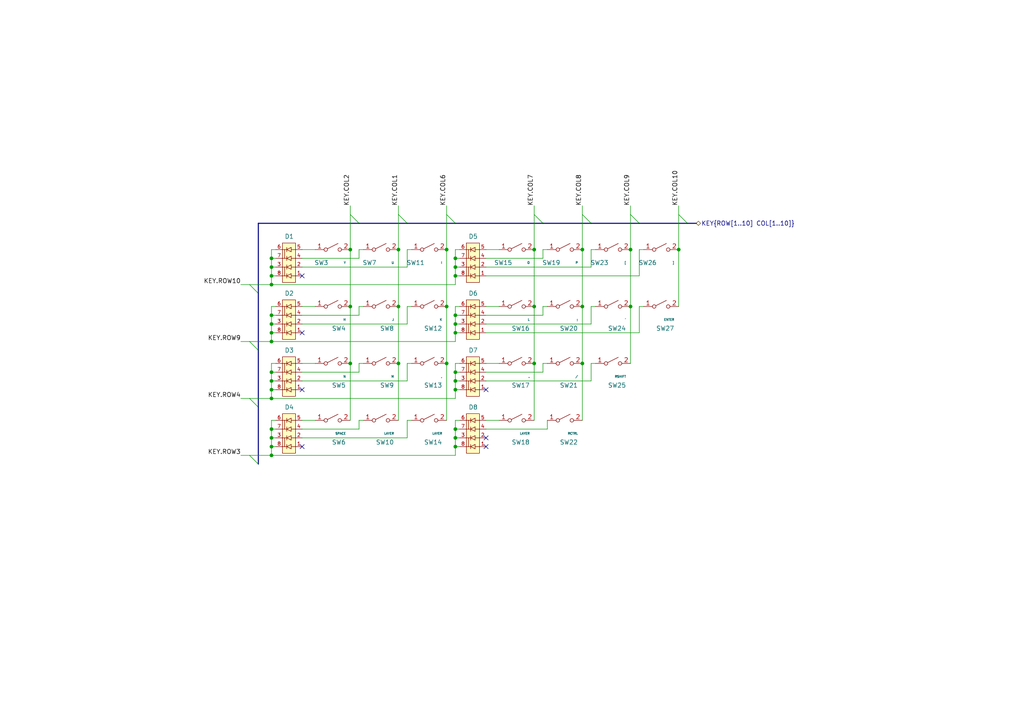
<source format=kicad_sch>
(kicad_sch (version 20211123) (generator eeschema)
  (paper "A4")
  (lib_symbols
    (symbol "BAV70SRAZ_1" (pin_names (offset 1.016) hide)
      (property "Reference" "D" (at 6.35 0 0))
      (property "Value" "BAV70SRAZ_1" (at 6.35 -1.905 0))
      (symbol "BAV70SRAZ_1_0_0"
        (rectangle (start -5.715 1.905) (end 5.715 -1.905) (stroke (width 0.1524)) (fill (type background)))
        (polyline (pts (xy -4.445 0.635) (xy -3.81 -0.635)))
        (polyline (pts (xy -4.445 0.635) (xy -3.175 0.635)))
        (polyline (pts (xy -3.81 -1.27) (xy -1.27 -1.27)) (stroke (width 0.1524)))
        (polyline (pts (xy -3.81 -0.635) (xy -3.81 -1.905)))
        (polyline (pts (xy -3.81 -0.635) (xy -3.175 0.635)))
        (polyline (pts (xy -3.81 1.905) (xy -3.81 0.635)))
        (polyline (pts (xy -3.175 -0.635) (xy -4.445 -0.635)))
        (polyline (pts (xy -1.905 0.635) (xy -1.27 -0.635)))
        (polyline (pts (xy -1.905 0.635) (xy -0.635 0.635)))
        (polyline (pts (xy -1.27 -0.635) (xy -1.27 -1.905)))
        (polyline (pts (xy -1.27 -0.635) (xy -0.635 0.635)))
        (polyline (pts (xy -1.27 1.905) (xy -1.27 0.635)))
        (polyline (pts (xy -0.635 -0.635) (xy -1.905 -0.635)))
        (polyline (pts (xy 0.635 0.635) (xy 1.27 -0.635)))
        (polyline (pts (xy 0.635 0.635) (xy 1.905 0.635)))
        (polyline (pts (xy 1.27 -1.27) (xy 3.81 -1.27)) (stroke (width 0.1524)))
        (polyline (pts (xy 1.27 -0.635) (xy 1.27 -1.905)))
        (polyline (pts (xy 1.27 -0.635) (xy 1.905 0.635)))
        (polyline (pts (xy 1.27 1.905) (xy 1.27 0.635)))
        (polyline (pts (xy 1.905 -0.635) (xy 0.635 -0.635)))
        (polyline (pts (xy 3.175 0.635) (xy 3.81 -0.635)))
        (polyline (pts (xy 3.175 0.635) (xy 4.445 0.635)))
        (polyline (pts (xy 3.81 -0.635) (xy 3.81 -1.905)))
        (polyline (pts (xy 3.81 -0.635) (xy 4.445 0.635)))
        (polyline (pts (xy 3.81 1.905) (xy 3.81 0.635)))
        (polyline (pts (xy 4.445 -0.635) (xy 3.175 -0.635)))
        (pin passive line (at 3.81 3.81 270) (length 1.905) (name "~") (number "1"))
        (pin passive line (at 1.27 3.81 270) (length 1.905) (name "~") (number "2"))
        (pin passive line (at 1.27 -3.81 90) (length 1.905) (name "~") (number "3"))
        (pin passive line (at -1.27 3.81 270) (length 1.905) (name "~") (number "4"))
        (pin passive line (at -3.81 3.81 270) (length 1.905) (name "~") (number "5"))
        (pin passive line (at -3.81 -3.81 90) (length 1.905) (name "~") (number "6"))
        (pin passive line (at -1.27 -3.81 90) (length 1.905) (name "~") (number "7"))
        (pin passive line (at 3.81 -3.81 90) (length 1.905) (name "~") (number "8"))
      )
    )
    (symbol "BAV70SRAZ_2" (pin_names (offset 1.016) hide)
      (property "Reference" "D" (at 6.35 0 0))
      (property "Value" "BAV70SRAZ_2" (at 6.35 -1.905 0))
      (symbol "BAV70SRAZ_2_0_0"
        (rectangle (start -5.715 1.905) (end 5.715 -1.905) (stroke (width 0.1524)) (fill (type background)))
        (polyline (pts (xy -4.445 0.635) (xy -3.81 -0.635)))
        (polyline (pts (xy -4.445 0.635) (xy -3.175 0.635)))
        (polyline (pts (xy -3.81 -1.27) (xy -1.27 -1.27)) (stroke (width 0.1524)))
        (polyline (pts (xy -3.81 -0.635) (xy -3.81 -1.905)))
        (polyline (pts (xy -3.81 -0.635) (xy -3.175 0.635)))
        (polyline (pts (xy -3.81 1.905) (xy -3.81 0.635)))
        (polyline (pts (xy -3.175 -0.635) (xy -4.445 -0.635)))
        (polyline (pts (xy -1.905 0.635) (xy -1.27 -0.635)))
        (polyline (pts (xy -1.905 0.635) (xy -0.635 0.635)))
        (polyline (pts (xy -1.27 -0.635) (xy -1.27 -1.905)))
        (polyline (pts (xy -1.27 -0.635) (xy -0.635 0.635)))
        (polyline (pts (xy -1.27 1.905) (xy -1.27 0.635)))
        (polyline (pts (xy -0.635 -0.635) (xy -1.905 -0.635)))
        (polyline (pts (xy 0.635 0.635) (xy 1.27 -0.635)))
        (polyline (pts (xy 0.635 0.635) (xy 1.905 0.635)))
        (polyline (pts (xy 1.27 -1.27) (xy 3.81 -1.27)) (stroke (width 0.1524)))
        (polyline (pts (xy 1.27 -0.635) (xy 1.27 -1.905)))
        (polyline (pts (xy 1.27 -0.635) (xy 1.905 0.635)))
        (polyline (pts (xy 1.27 1.905) (xy 1.27 0.635)))
        (polyline (pts (xy 1.905 -0.635) (xy 0.635 -0.635)))
        (polyline (pts (xy 3.175 0.635) (xy 3.81 -0.635)))
        (polyline (pts (xy 3.175 0.635) (xy 4.445 0.635)))
        (polyline (pts (xy 3.81 -0.635) (xy 3.81 -1.905)))
        (polyline (pts (xy 3.81 -0.635) (xy 4.445 0.635)))
        (polyline (pts (xy 3.81 1.905) (xy 3.81 0.635)))
        (polyline (pts (xy 4.445 -0.635) (xy 3.175 -0.635)))
        (pin passive line (at 3.81 3.81 270) (length 1.905) (name "~") (number "1"))
        (pin passive line (at 1.27 3.81 270) (length 1.905) (name "~") (number "2"))
        (pin passive line (at 1.27 -3.81 90) (length 1.905) (name "~") (number "3"))
        (pin passive line (at -1.27 3.81 270) (length 1.905) (name "~") (number "4"))
        (pin passive line (at -3.81 3.81 270) (length 1.905) (name "~") (number "5"))
        (pin passive line (at -3.81 -3.81 90) (length 1.905) (name "~") (number "6"))
        (pin passive line (at -1.27 -3.81 90) (length 1.905) (name "~") (number "7"))
        (pin passive line (at 3.81 -3.81 90) (length 1.905) (name "~") (number "8"))
      )
    )
    (symbol "BAV70SRAZ_3" (pin_names (offset 1.016) hide)
      (property "Reference" "D" (at 6.35 0 0))
      (property "Value" "BAV70SRAZ_3" (at 6.35 -1.905 0))
      (symbol "BAV70SRAZ_3_0_0"
        (rectangle (start -5.715 1.905) (end 5.715 -1.905) (stroke (width 0.1524)) (fill (type background)))
        (polyline (pts (xy -4.445 0.635) (xy -3.81 -0.635)))
        (polyline (pts (xy -4.445 0.635) (xy -3.175 0.635)))
        (polyline (pts (xy -3.81 -1.27) (xy -1.27 -1.27)) (stroke (width 0.1524)))
        (polyline (pts (xy -3.81 -0.635) (xy -3.81 -1.905)))
        (polyline (pts (xy -3.81 -0.635) (xy -3.175 0.635)))
        (polyline (pts (xy -3.81 1.905) (xy -3.81 0.635)))
        (polyline (pts (xy -3.175 -0.635) (xy -4.445 -0.635)))
        (polyline (pts (xy -1.905 0.635) (xy -1.27 -0.635)))
        (polyline (pts (xy -1.905 0.635) (xy -0.635 0.635)))
        (polyline (pts (xy -1.27 -0.635) (xy -1.27 -1.905)))
        (polyline (pts (xy -1.27 -0.635) (xy -0.635 0.635)))
        (polyline (pts (xy -1.27 1.905) (xy -1.27 0.635)))
        (polyline (pts (xy -0.635 -0.635) (xy -1.905 -0.635)))
        (polyline (pts (xy 0.635 0.635) (xy 1.27 -0.635)))
        (polyline (pts (xy 0.635 0.635) (xy 1.905 0.635)))
        (polyline (pts (xy 1.27 -1.27) (xy 3.81 -1.27)) (stroke (width 0.1524)))
        (polyline (pts (xy 1.27 -0.635) (xy 1.27 -1.905)))
        (polyline (pts (xy 1.27 -0.635) (xy 1.905 0.635)))
        (polyline (pts (xy 1.27 1.905) (xy 1.27 0.635)))
        (polyline (pts (xy 1.905 -0.635) (xy 0.635 -0.635)))
        (polyline (pts (xy 3.175 0.635) (xy 3.81 -0.635)))
        (polyline (pts (xy 3.175 0.635) (xy 4.445 0.635)))
        (polyline (pts (xy 3.81 -0.635) (xy 3.81 -1.905)))
        (polyline (pts (xy 3.81 -0.635) (xy 4.445 0.635)))
        (polyline (pts (xy 3.81 1.905) (xy 3.81 0.635)))
        (polyline (pts (xy 4.445 -0.635) (xy 3.175 -0.635)))
        (pin passive line (at 3.81 3.81 270) (length 1.905) (name "~") (number "1"))
        (pin passive line (at 1.27 3.81 270) (length 1.905) (name "~") (number "2"))
        (pin passive line (at 1.27 -3.81 90) (length 1.905) (name "~") (number "3"))
        (pin passive line (at -1.27 3.81 270) (length 1.905) (name "~") (number "4"))
        (pin passive line (at -3.81 3.81 270) (length 1.905) (name "~") (number "5"))
        (pin passive line (at -3.81 -3.81 90) (length 1.905) (name "~") (number "6"))
        (pin passive line (at -1.27 -3.81 90) (length 1.905) (name "~") (number "7"))
        (pin passive line (at 3.81 -3.81 90) (length 1.905) (name "~") (number "8"))
      )
    )
    (symbol "BAV70SRAZ_4" (pin_names (offset 1.016) hide)
      (property "Reference" "D" (at 6.35 0 0))
      (property "Value" "BAV70SRAZ_4" (at 6.35 -1.905 0))
      (symbol "BAV70SRAZ_4_0_0"
        (rectangle (start -5.715 1.905) (end 5.715 -1.905) (stroke (width 0.1524)) (fill (type background)))
        (polyline (pts (xy -4.445 0.635) (xy -3.81 -0.635)))
        (polyline (pts (xy -4.445 0.635) (xy -3.175 0.635)))
        (polyline (pts (xy -3.81 -1.27) (xy -1.27 -1.27)) (stroke (width 0.1524)))
        (polyline (pts (xy -3.81 -0.635) (xy -3.81 -1.905)))
        (polyline (pts (xy -3.81 -0.635) (xy -3.175 0.635)))
        (polyline (pts (xy -3.81 1.905) (xy -3.81 0.635)))
        (polyline (pts (xy -3.175 -0.635) (xy -4.445 -0.635)))
        (polyline (pts (xy -1.905 0.635) (xy -1.27 -0.635)))
        (polyline (pts (xy -1.905 0.635) (xy -0.635 0.635)))
        (polyline (pts (xy -1.27 -0.635) (xy -1.27 -1.905)))
        (polyline (pts (xy -1.27 -0.635) (xy -0.635 0.635)))
        (polyline (pts (xy -1.27 1.905) (xy -1.27 0.635)))
        (polyline (pts (xy -0.635 -0.635) (xy -1.905 -0.635)))
        (polyline (pts (xy 0.635 0.635) (xy 1.27 -0.635)))
        (polyline (pts (xy 0.635 0.635) (xy 1.905 0.635)))
        (polyline (pts (xy 1.27 -1.27) (xy 3.81 -1.27)) (stroke (width 0.1524)))
        (polyline (pts (xy 1.27 -0.635) (xy 1.27 -1.905)))
        (polyline (pts (xy 1.27 -0.635) (xy 1.905 0.635)))
        (polyline (pts (xy 1.27 1.905) (xy 1.27 0.635)))
        (polyline (pts (xy 1.905 -0.635) (xy 0.635 -0.635)))
        (polyline (pts (xy 3.175 0.635) (xy 3.81 -0.635)))
        (polyline (pts (xy 3.175 0.635) (xy 4.445 0.635)))
        (polyline (pts (xy 3.81 -0.635) (xy 3.81 -1.905)))
        (polyline (pts (xy 3.81 -0.635) (xy 4.445 0.635)))
        (polyline (pts (xy 3.81 1.905) (xy 3.81 0.635)))
        (polyline (pts (xy 4.445 -0.635) (xy 3.175 -0.635)))
        (pin passive line (at 3.81 3.81 270) (length 1.905) (name "~") (number "1"))
        (pin passive line (at 1.27 3.81 270) (length 1.905) (name "~") (number "2"))
        (pin passive line (at 1.27 -3.81 90) (length 1.905) (name "~") (number "3"))
        (pin passive line (at -1.27 3.81 270) (length 1.905) (name "~") (number "4"))
        (pin passive line (at -3.81 3.81 270) (length 1.905) (name "~") (number "5"))
        (pin passive line (at -3.81 -3.81 90) (length 1.905) (name "~") (number "6"))
        (pin passive line (at -1.27 -3.81 90) (length 1.905) (name "~") (number "7"))
        (pin passive line (at 3.81 -3.81 90) (length 1.905) (name "~") (number "8"))
      )
    )
    (symbol "BAV70SRAZ_5" (pin_names (offset 1.016) hide)
      (property "Reference" "D" (at 6.35 0 0))
      (property "Value" "BAV70SRAZ_5" (at 6.35 -1.905 0))
      (symbol "BAV70SRAZ_5_0_0"
        (rectangle (start -5.715 1.905) (end 5.715 -1.905) (stroke (width 0.1524)) (fill (type background)))
        (polyline (pts (xy -4.445 0.635) (xy -3.81 -0.635)))
        (polyline (pts (xy -4.445 0.635) (xy -3.175 0.635)))
        (polyline (pts (xy -3.81 -1.27) (xy -1.27 -1.27)) (stroke (width 0.1524)))
        (polyline (pts (xy -3.81 -0.635) (xy -3.81 -1.905)))
        (polyline (pts (xy -3.81 -0.635) (xy -3.175 0.635)))
        (polyline (pts (xy -3.81 1.905) (xy -3.81 0.635)))
        (polyline (pts (xy -3.175 -0.635) (xy -4.445 -0.635)))
        (polyline (pts (xy -1.905 0.635) (xy -1.27 -0.635)))
        (polyline (pts (xy -1.905 0.635) (xy -0.635 0.635)))
        (polyline (pts (xy -1.27 -0.635) (xy -1.27 -1.905)))
        (polyline (pts (xy -1.27 -0.635) (xy -0.635 0.635)))
        (polyline (pts (xy -1.27 1.905) (xy -1.27 0.635)))
        (polyline (pts (xy -0.635 -0.635) (xy -1.905 -0.635)))
        (polyline (pts (xy 0.635 0.635) (xy 1.27 -0.635)))
        (polyline (pts (xy 0.635 0.635) (xy 1.905 0.635)))
        (polyline (pts (xy 1.27 -1.27) (xy 3.81 -1.27)) (stroke (width 0.1524)))
        (polyline (pts (xy 1.27 -0.635) (xy 1.27 -1.905)))
        (polyline (pts (xy 1.27 -0.635) (xy 1.905 0.635)))
        (polyline (pts (xy 1.27 1.905) (xy 1.27 0.635)))
        (polyline (pts (xy 1.905 -0.635) (xy 0.635 -0.635)))
        (polyline (pts (xy 3.175 0.635) (xy 3.81 -0.635)))
        (polyline (pts (xy 3.175 0.635) (xy 4.445 0.635)))
        (polyline (pts (xy 3.81 -0.635) (xy 3.81 -1.905)))
        (polyline (pts (xy 3.81 -0.635) (xy 4.445 0.635)))
        (polyline (pts (xy 3.81 1.905) (xy 3.81 0.635)))
        (polyline (pts (xy 4.445 -0.635) (xy 3.175 -0.635)))
        (pin passive line (at 3.81 3.81 270) (length 1.905) (name "~") (number "1"))
        (pin passive line (at 1.27 3.81 270) (length 1.905) (name "~") (number "2"))
        (pin passive line (at 1.27 -3.81 90) (length 1.905) (name "~") (number "3"))
        (pin passive line (at -1.27 3.81 270) (length 1.905) (name "~") (number "4"))
        (pin passive line (at -3.81 3.81 270) (length 1.905) (name "~") (number "5"))
        (pin passive line (at -3.81 -3.81 90) (length 1.905) (name "~") (number "6"))
        (pin passive line (at -1.27 -3.81 90) (length 1.905) (name "~") (number "7"))
        (pin passive line (at 3.81 -3.81 90) (length 1.905) (name "~") (number "8"))
      )
    )
    (symbol "BAV70SRAZ_6" (pin_names (offset 1.016) hide)
      (property "Reference" "D" (at 6.35 0 0))
      (property "Value" "BAV70SRAZ_6" (at 6.35 -1.905 0))
      (symbol "BAV70SRAZ_6_0_0"
        (rectangle (start -5.715 1.905) (end 5.715 -1.905) (stroke (width 0.1524)) (fill (type background)))
        (polyline (pts (xy -4.445 0.635) (xy -3.81 -0.635)))
        (polyline (pts (xy -4.445 0.635) (xy -3.175 0.635)))
        (polyline (pts (xy -3.81 -1.27) (xy -1.27 -1.27)) (stroke (width 0.1524)))
        (polyline (pts (xy -3.81 -0.635) (xy -3.81 -1.905)))
        (polyline (pts (xy -3.81 -0.635) (xy -3.175 0.635)))
        (polyline (pts (xy -3.81 1.905) (xy -3.81 0.635)))
        (polyline (pts (xy -3.175 -0.635) (xy -4.445 -0.635)))
        (polyline (pts (xy -1.905 0.635) (xy -1.27 -0.635)))
        (polyline (pts (xy -1.905 0.635) (xy -0.635 0.635)))
        (polyline (pts (xy -1.27 -0.635) (xy -1.27 -1.905)))
        (polyline (pts (xy -1.27 -0.635) (xy -0.635 0.635)))
        (polyline (pts (xy -1.27 1.905) (xy -1.27 0.635)))
        (polyline (pts (xy -0.635 -0.635) (xy -1.905 -0.635)))
        (polyline (pts (xy 0.635 0.635) (xy 1.27 -0.635)))
        (polyline (pts (xy 0.635 0.635) (xy 1.905 0.635)))
        (polyline (pts (xy 1.27 -1.27) (xy 3.81 -1.27)) (stroke (width 0.1524)))
        (polyline (pts (xy 1.27 -0.635) (xy 1.27 -1.905)))
        (polyline (pts (xy 1.27 -0.635) (xy 1.905 0.635)))
        (polyline (pts (xy 1.27 1.905) (xy 1.27 0.635)))
        (polyline (pts (xy 1.905 -0.635) (xy 0.635 -0.635)))
        (polyline (pts (xy 3.175 0.635) (xy 3.81 -0.635)))
        (polyline (pts (xy 3.175 0.635) (xy 4.445 0.635)))
        (polyline (pts (xy 3.81 -0.635) (xy 3.81 -1.905)))
        (polyline (pts (xy 3.81 -0.635) (xy 4.445 0.635)))
        (polyline (pts (xy 3.81 1.905) (xy 3.81 0.635)))
        (polyline (pts (xy 4.445 -0.635) (xy 3.175 -0.635)))
        (pin passive line (at 3.81 3.81 270) (length 1.905) (name "~") (number "1"))
        (pin passive line (at 1.27 3.81 270) (length 1.905) (name "~") (number "2"))
        (pin passive line (at 1.27 -3.81 90) (length 1.905) (name "~") (number "3"))
        (pin passive line (at -1.27 3.81 270) (length 1.905) (name "~") (number "4"))
        (pin passive line (at -3.81 3.81 270) (length 1.905) (name "~") (number "5"))
        (pin passive line (at -3.81 -3.81 90) (length 1.905) (name "~") (number "6"))
        (pin passive line (at -1.27 -3.81 90) (length 1.905) (name "~") (number "7"))
        (pin passive line (at 3.81 -3.81 90) (length 1.905) (name "~") (number "8"))
      )
    )
    (symbol "BAV70SRAZ_7" (pin_names (offset 1.016) hide)
      (property "Reference" "D" (at 6.35 0 0))
      (property "Value" "BAV70SRAZ_7" (at 6.35 -1.905 0))
      (symbol "BAV70SRAZ_7_0_0"
        (rectangle (start -5.715 1.905) (end 5.715 -1.905) (stroke (width 0.1524)) (fill (type background)))
        (polyline (pts (xy -4.445 0.635) (xy -3.81 -0.635)))
        (polyline (pts (xy -4.445 0.635) (xy -3.175 0.635)))
        (polyline (pts (xy -3.81 -1.27) (xy -1.27 -1.27)) (stroke (width 0.1524)))
        (polyline (pts (xy -3.81 -0.635) (xy -3.81 -1.905)))
        (polyline (pts (xy -3.81 -0.635) (xy -3.175 0.635)))
        (polyline (pts (xy -3.81 1.905) (xy -3.81 0.635)))
        (polyline (pts (xy -3.175 -0.635) (xy -4.445 -0.635)))
        (polyline (pts (xy -1.905 0.635) (xy -1.27 -0.635)))
        (polyline (pts (xy -1.905 0.635) (xy -0.635 0.635)))
        (polyline (pts (xy -1.27 -0.635) (xy -1.27 -1.905)))
        (polyline (pts (xy -1.27 -0.635) (xy -0.635 0.635)))
        (polyline (pts (xy -1.27 1.905) (xy -1.27 0.635)))
        (polyline (pts (xy -0.635 -0.635) (xy -1.905 -0.635)))
        (polyline (pts (xy 0.635 0.635) (xy 1.27 -0.635)))
        (polyline (pts (xy 0.635 0.635) (xy 1.905 0.635)))
        (polyline (pts (xy 1.27 -1.27) (xy 3.81 -1.27)) (stroke (width 0.1524)))
        (polyline (pts (xy 1.27 -0.635) (xy 1.27 -1.905)))
        (polyline (pts (xy 1.27 -0.635) (xy 1.905 0.635)))
        (polyline (pts (xy 1.27 1.905) (xy 1.27 0.635)))
        (polyline (pts (xy 1.905 -0.635) (xy 0.635 -0.635)))
        (polyline (pts (xy 3.175 0.635) (xy 3.81 -0.635)))
        (polyline (pts (xy 3.175 0.635) (xy 4.445 0.635)))
        (polyline (pts (xy 3.81 -0.635) (xy 3.81 -1.905)))
        (polyline (pts (xy 3.81 -0.635) (xy 4.445 0.635)))
        (polyline (pts (xy 3.81 1.905) (xy 3.81 0.635)))
        (polyline (pts (xy 4.445 -0.635) (xy 3.175 -0.635)))
        (pin passive line (at 3.81 3.81 270) (length 1.905) (name "~") (number "1"))
        (pin passive line (at 1.27 3.81 270) (length 1.905) (name "~") (number "2"))
        (pin passive line (at 1.27 -3.81 90) (length 1.905) (name "~") (number "3"))
        (pin passive line (at -1.27 3.81 270) (length 1.905) (name "~") (number "4"))
        (pin passive line (at -3.81 3.81 270) (length 1.905) (name "~") (number "5"))
        (pin passive line (at -3.81 -3.81 90) (length 1.905) (name "~") (number "6"))
        (pin passive line (at -1.27 -3.81 90) (length 1.905) (name "~") (number "7"))
        (pin passive line (at 3.81 -3.81 90) (length 1.905) (name "~") (number "8"))
      )
    )
    (symbol "Nour_KB:BAV70SRAZ" (pin_names (offset 1.016) hide)
      (property "Reference" "D" (at 6.35 0 0))
      (property "Value" "BAV70SRAZ" (at 6.35 -1.905 0))
      (symbol "BAV70SRAZ_0_0"
        (rectangle (start -5.715 1.905) (end 5.715 -1.905) (stroke (width 0.1524)) (fill (type background)))
        (polyline (pts (xy -4.445 0.635) (xy -3.81 -0.635)))
        (polyline (pts (xy -4.445 0.635) (xy -3.175 0.635)))
        (polyline (pts (xy -3.81 -1.27) (xy -1.27 -1.27)) (stroke (width 0.1524)))
        (polyline (pts (xy -3.81 -0.635) (xy -3.81 -1.905)))
        (polyline (pts (xy -3.81 -0.635) (xy -3.175 0.635)))
        (polyline (pts (xy -3.81 1.905) (xy -3.81 0.635)))
        (polyline (pts (xy -3.175 -0.635) (xy -4.445 -0.635)))
        (polyline (pts (xy -1.905 0.635) (xy -1.27 -0.635)))
        (polyline (pts (xy -1.905 0.635) (xy -0.635 0.635)))
        (polyline (pts (xy -1.27 -0.635) (xy -1.27 -1.905)))
        (polyline (pts (xy -1.27 -0.635) (xy -0.635 0.635)))
        (polyline (pts (xy -1.27 1.905) (xy -1.27 0.635)))
        (polyline (pts (xy -0.635 -0.635) (xy -1.905 -0.635)))
        (polyline (pts (xy 0.635 0.635) (xy 1.27 -0.635)))
        (polyline (pts (xy 0.635 0.635) (xy 1.905 0.635)))
        (polyline (pts (xy 1.27 -1.27) (xy 3.81 -1.27)) (stroke (width 0.1524)))
        (polyline (pts (xy 1.27 -0.635) (xy 1.27 -1.905)))
        (polyline (pts (xy 1.27 -0.635) (xy 1.905 0.635)))
        (polyline (pts (xy 1.27 1.905) (xy 1.27 0.635)))
        (polyline (pts (xy 1.905 -0.635) (xy 0.635 -0.635)))
        (polyline (pts (xy 3.175 0.635) (xy 3.81 -0.635)))
        (polyline (pts (xy 3.175 0.635) (xy 4.445 0.635)))
        (polyline (pts (xy 3.81 -0.635) (xy 3.81 -1.905)))
        (polyline (pts (xy 3.81 -0.635) (xy 4.445 0.635)))
        (polyline (pts (xy 3.81 1.905) (xy 3.81 0.635)))
        (polyline (pts (xy 4.445 -0.635) (xy 3.175 -0.635)))
        (pin passive line (at 3.81 3.81 270) (length 1.905) (name "~") (number "1"))
        (pin passive line (at 1.27 3.81 270) (length 1.905) (name "~") (number "2"))
        (pin passive line (at 1.27 -3.81 90) (length 1.905) (name "~") (number "3"))
        (pin passive line (at -1.27 3.81 270) (length 1.905) (name "~") (number "4"))
        (pin passive line (at -3.81 3.81 270) (length 1.905) (name "~") (number "5"))
        (pin passive line (at -3.81 -3.81 90) (length 1.905) (name "~") (number "6"))
        (pin passive line (at -1.27 -3.81 90) (length 1.905) (name "~") (number "7"))
        (pin passive line (at 3.81 -3.81 90) (length 1.905) (name "~") (number "8"))
      )
    )
    (symbol "Switch:SW_SPST" (pin_names (offset 0) hide)
      (property "Reference" "SW" (at 0 3.175 0))
      (property "Value" "SW_SPST" (at 0 -2.54 0))
      (symbol "SW_SPST_0_0"
        (circle (center -2.032 0) (radius 0.508))
        (polyline (pts (xy -1.524 0.254) (xy 1.524 1.778)))
        (circle (center 2.032 0) (radius 0.508))
      )
      (symbol "SW_SPST_1_1"
        (pin passive line (at -5.08 0 0) (length 2.54) (name "A") (number "1"))
        (pin passive line (at 5.08 0 180) (length 2.54) (name "B") (number "2"))
      )
    )
  )
  (junction (at 154.94 88.9))
  (junction (at 78.74 96.52))
  (junction (at 132.08 77.47))
  (junction (at 132.08 124.46))
  (junction (at 129.54 88.9))
  (junction (at 78.74 93.98))
  (junction (at 101.6 72.39))
  (junction (at 132.08 91.44))
  (junction (at 78.74 74.93))
  (junction (at 78.74 82.55))
  (junction (at 115.57 105.41))
  (junction (at 196.85 72.39))
  (junction (at 78.74 77.47))
  (junction (at 132.08 107.95))
  (junction (at 101.6 105.41))
  (junction (at 182.88 88.9))
  (junction (at 132.08 74.93))
  (junction (at 78.74 107.95))
  (junction (at 78.74 124.46))
  (junction (at 132.08 113.03))
  (junction (at 132.08 96.52))
  (junction (at 78.74 115.57))
  (junction (at 154.94 105.41))
  (junction (at 78.74 129.54))
  (junction (at 129.54 72.39))
  (junction (at 115.57 88.9))
  (junction (at 132.08 129.54))
  (junction (at 168.91 88.9))
  (junction (at 78.74 91.44))
  (junction (at 78.74 127))
  (junction (at 115.57 72.39))
  (junction (at 101.6 88.9))
  (junction (at 154.94 72.39))
  (junction (at 168.91 105.41))
  (junction (at 168.91 72.39))
  (junction (at 78.74 113.03))
  (junction (at 132.08 80.01))
  (junction (at 78.74 110.49))
  (junction (at 132.08 93.98))
  (junction (at 78.74 80.01))
  (junction (at 78.74 132.08))
  (junction (at 78.74 99.06))
  (junction (at 132.08 110.49))
  (junction (at 132.08 127))
  (junction (at 182.88 72.39))
  (junction (at 129.54 105.41))
  (no_connect (at 87.63 113.03))
  (no_connect (at 87.63 129.54))
  (no_connect (at 87.63 96.52))
  (no_connect (at 87.63 80.01))
  (no_connect (at 140.97 129.54))
  (no_connect (at 140.97 113.03))
  (no_connect (at 140.97 127))
  (bus_entry (at 72.39 82.55) (size 2.54 2.54))
  (bus_entry (at 72.39 115.57) (size 2.54 2.54))
  (bus_entry (at 72.39 99.06) (size 2.54 2.54))
  (bus_entry (at 115.57 62.23) (size 2.54 2.54))
  (bus_entry (at 182.88 62.23) (size 2.54 2.54))
  (bus_entry (at 154.94 62.23) (size 2.54 2.54))
  (bus_entry (at 72.39 132.08) (size 2.54 2.54))
  (bus_entry (at 129.54 62.23) (size 2.54 2.54))
  (bus_entry (at 168.91 62.23) (size 2.54 2.54))
  (bus_entry (at 101.6 62.23) (size 2.54 2.54))
  (bus_entry (at 196.85 62.23) (size 2.54 2.54))
  (wire (pts (xy 168.91 105.41) (xy 168.91 121.92)))
  (wire (pts (xy 158.75 88.9) (xy 157.48 88.9)))
  (wire (pts (xy 132.08 107.95) (xy 133.35 107.95)))
  (wire (pts (xy 105.41 88.9) (xy 104.14 88.9)))
  (wire (pts (xy 101.6 105.41) (xy 101.6 121.92)))
  (wire (pts (xy 78.74 115.57) (xy 132.08 115.57)))
  (wire (pts (xy 78.74 129.54) (xy 80.01 129.54)))
  (wire (pts (xy 154.94 59.69) (xy 154.94 62.23)))
  (wire (pts (xy 78.74 91.44) (xy 78.74 93.98)))
  (wire (pts (xy 185.42 88.9) (xy 185.42 96.52)))
  (wire (pts (xy 78.74 110.49) (xy 78.74 113.03)))
  (wire (pts (xy 129.54 62.23) (xy 129.54 72.39)))
  (wire (pts (xy 182.88 72.39) (xy 182.88 88.9)))
  (wire (pts (xy 132.08 93.98) (xy 132.08 96.52)))
  (wire (pts (xy 101.6 88.9) (xy 101.6 105.41)))
  (wire (pts (xy 105.41 121.92) (xy 104.14 121.92)))
  (wire (pts (xy 87.63 77.47) (xy 118.11 77.47)))
  (wire (pts (xy 78.74 82.55) (xy 132.08 82.55)))
  (wire (pts (xy 132.08 96.52) (xy 133.35 96.52)))
  (wire (pts (xy 118.11 88.9) (xy 118.11 93.98)))
  (wire (pts (xy 132.08 121.92) (xy 132.08 124.46)))
  (wire (pts (xy 132.08 80.01) (xy 133.35 80.01)))
  (wire (pts (xy 80.01 72.39) (xy 78.74 72.39)))
  (wire (pts (xy 72.39 99.06) (xy 78.74 99.06)))
  (wire (pts (xy 132.08 127) (xy 132.08 129.54)))
  (wire (pts (xy 140.97 96.52) (xy 185.42 96.52)))
  (wire (pts (xy 171.45 105.41) (xy 171.45 110.49)))
  (wire (pts (xy 154.94 62.23) (xy 154.94 72.39)))
  (wire (pts (xy 132.08 110.49) (xy 133.35 110.49)))
  (wire (pts (xy 118.11 72.39) (xy 118.11 77.47)))
  (wire (pts (xy 168.91 62.23) (xy 168.91 72.39)))
  (wire (pts (xy 87.63 91.44) (xy 104.14 91.44)))
  (bus (pts (xy 74.93 101.6) (xy 74.93 118.11)))
  (wire (pts (xy 78.74 110.49) (xy 80.01 110.49)))
  (bus (pts (xy 74.93 64.77) (xy 74.93 85.09)))
  (wire (pts (xy 119.38 88.9) (xy 118.11 88.9)))
  (wire (pts (xy 140.97 124.46) (xy 158.75 124.46)))
  (wire (pts (xy 87.63 107.95) (xy 104.14 107.95)))
  (wire (pts (xy 69.85 132.08) (xy 72.39 132.08)))
  (wire (pts (xy 133.35 105.41) (xy 132.08 105.41)))
  (wire (pts (xy 78.74 80.01) (xy 80.01 80.01)))
  (wire (pts (xy 182.88 62.23) (xy 182.88 72.39)))
  (wire (pts (xy 80.01 121.92) (xy 78.74 121.92)))
  (wire (pts (xy 105.41 105.41) (xy 104.14 105.41)))
  (wire (pts (xy 118.11 121.92) (xy 118.11 127)))
  (wire (pts (xy 132.08 77.47) (xy 133.35 77.47)))
  (wire (pts (xy 104.14 121.92) (xy 104.14 124.46)))
  (wire (pts (xy 132.08 88.9) (xy 132.08 91.44)))
  (wire (pts (xy 133.35 121.92) (xy 132.08 121.92)))
  (wire (pts (xy 129.54 72.39) (xy 129.54 88.9)))
  (wire (pts (xy 119.38 121.92) (xy 118.11 121.92)))
  (wire (pts (xy 105.41 72.39) (xy 104.14 72.39)))
  (wire (pts (xy 115.57 105.41) (xy 115.57 121.92)))
  (wire (pts (xy 69.85 115.57) (xy 72.39 115.57)))
  (wire (pts (xy 78.74 72.39) (xy 78.74 74.93)))
  (wire (pts (xy 78.74 121.92) (xy 78.74 124.46)))
  (wire (pts (xy 115.57 72.39) (xy 115.57 88.9)))
  (wire (pts (xy 119.38 105.41) (xy 118.11 105.41)))
  (wire (pts (xy 78.74 105.41) (xy 78.74 107.95)))
  (bus (pts (xy 132.08 64.77) (xy 157.48 64.77)))
  (wire (pts (xy 196.85 72.39) (xy 196.85 88.9)))
  (wire (pts (xy 171.45 88.9) (xy 171.45 93.98)))
  (wire (pts (xy 140.97 91.44) (xy 157.48 91.44)))
  (wire (pts (xy 132.08 91.44) (xy 132.08 93.98)))
  (wire (pts (xy 132.08 96.52) (xy 132.08 99.06)))
  (wire (pts (xy 172.72 72.39) (xy 171.45 72.39)))
  (wire (pts (xy 80.01 124.46) (xy 78.74 124.46)))
  (wire (pts (xy 157.48 72.39) (xy 157.48 74.93)))
  (bus (pts (xy 118.11 64.77) (xy 104.14 64.77)))
  (wire (pts (xy 132.08 124.46) (xy 133.35 124.46)))
  (wire (pts (xy 140.97 105.41) (xy 144.78 105.41)))
  (wire (pts (xy 78.74 77.47) (xy 80.01 77.47)))
  (wire (pts (xy 182.88 59.69) (xy 182.88 62.23)))
  (wire (pts (xy 104.14 72.39) (xy 104.14 74.93)))
  (wire (pts (xy 158.75 121.92) (xy 158.75 124.46)))
  (wire (pts (xy 78.74 113.03) (xy 78.74 115.57)))
  (wire (pts (xy 78.74 93.98) (xy 80.01 93.98)))
  (wire (pts (xy 132.08 91.44) (xy 133.35 91.44)))
  (wire (pts (xy 80.01 74.93) (xy 78.74 74.93)))
  (bus (pts (xy 199.39 64.77) (xy 185.42 64.77)))
  (wire (pts (xy 80.01 107.95) (xy 78.74 107.95)))
  (wire (pts (xy 78.74 96.52) (xy 80.01 96.52)))
  (wire (pts (xy 78.74 107.95) (xy 78.74 110.49)))
  (wire (pts (xy 132.08 105.41) (xy 132.08 107.95)))
  (wire (pts (xy 154.94 105.41) (xy 154.94 121.92)))
  (wire (pts (xy 132.08 77.47) (xy 132.08 80.01)))
  (wire (pts (xy 72.39 132.08) (xy 78.74 132.08)))
  (wire (pts (xy 140.97 88.9) (xy 144.78 88.9)))
  (wire (pts (xy 78.74 132.08) (xy 132.08 132.08)))
  (wire (pts (xy 154.94 72.39) (xy 154.94 88.9)))
  (wire (pts (xy 72.39 115.57) (xy 78.74 115.57)))
  (bus (pts (xy 201.93 64.77) (xy 199.39 64.77)))
  (wire (pts (xy 168.91 59.69) (xy 168.91 62.23)))
  (wire (pts (xy 132.08 129.54) (xy 133.35 129.54)))
  (wire (pts (xy 132.08 80.01) (xy 132.08 82.55)))
  (wire (pts (xy 115.57 88.9) (xy 115.57 105.41)))
  (wire (pts (xy 171.45 72.39) (xy 171.45 77.47)))
  (wire (pts (xy 78.74 93.98) (xy 78.74 96.52)))
  (wire (pts (xy 78.74 77.47) (xy 78.74 80.01)))
  (wire (pts (xy 87.63 124.46) (xy 104.14 124.46)))
  (wire (pts (xy 69.85 82.55) (xy 72.39 82.55)))
  (wire (pts (xy 118.11 105.41) (xy 118.11 110.49)))
  (wire (pts (xy 140.97 110.49) (xy 171.45 110.49)))
  (wire (pts (xy 157.48 88.9) (xy 157.48 91.44)))
  (wire (pts (xy 129.54 105.41) (xy 129.54 121.92)))
  (wire (pts (xy 78.74 99.06) (xy 132.08 99.06)))
  (bus (pts (xy 132.08 64.77) (xy 118.11 64.77)))
  (bus (pts (xy 74.93 118.11) (xy 74.93 134.62)))
  (wire (pts (xy 80.01 88.9) (xy 78.74 88.9)))
  (wire (pts (xy 132.08 129.54) (xy 132.08 132.08)))
  (bus (pts (xy 185.42 64.77) (xy 171.45 64.77)))
  (wire (pts (xy 132.08 113.03) (xy 133.35 113.03)))
  (wire (pts (xy 154.94 88.9) (xy 154.94 105.41)))
  (wire (pts (xy 101.6 59.69) (xy 101.6 62.23)))
  (wire (pts (xy 133.35 72.39) (xy 132.08 72.39)))
  (wire (pts (xy 133.35 74.93) (xy 132.08 74.93)))
  (wire (pts (xy 140.97 74.93) (xy 157.48 74.93)))
  (wire (pts (xy 87.63 121.92) (xy 91.44 121.92)))
  (wire (pts (xy 115.57 59.69) (xy 115.57 62.23)))
  (wire (pts (xy 196.85 62.23) (xy 196.85 72.39)))
  (bus (pts (xy 104.14 64.77) (xy 74.93 64.77)))
  (wire (pts (xy 140.97 72.39) (xy 144.78 72.39)))
  (wire (pts (xy 78.74 113.03) (xy 80.01 113.03)))
  (wire (pts (xy 72.39 82.55) (xy 78.74 82.55)))
  (wire (pts (xy 132.08 110.49) (xy 132.08 113.03)))
  (wire (pts (xy 129.54 59.69) (xy 129.54 62.23)))
  (wire (pts (xy 78.74 127) (xy 80.01 127)))
  (wire (pts (xy 196.85 59.69) (xy 196.85 62.23)))
  (wire (pts (xy 168.91 88.9) (xy 168.91 105.41)))
  (wire (pts (xy 78.74 88.9) (xy 78.74 91.44)))
  (wire (pts (xy 186.69 72.39) (xy 185.42 72.39)))
  (wire (pts (xy 78.74 80.01) (xy 78.74 82.55)))
  (wire (pts (xy 157.48 107.95) (xy 140.97 107.95)))
  (wire (pts (xy 80.01 105.41) (xy 78.74 105.41)))
  (wire (pts (xy 78.74 96.52) (xy 78.74 99.06)))
  (wire (pts (xy 133.35 88.9) (xy 132.08 88.9)))
  (wire (pts (xy 157.48 105.41) (xy 157.48 107.95)))
  (wire (pts (xy 87.63 88.9) (xy 91.44 88.9)))
  (wire (pts (xy 158.75 105.41) (xy 157.48 105.41)))
  (wire (pts (xy 101.6 72.39) (xy 101.6 88.9)))
  (wire (pts (xy 132.08 74.93) (xy 132.08 77.47)))
  (wire (pts (xy 132.08 93.98) (xy 133.35 93.98)))
  (wire (pts (xy 78.74 127) (xy 78.74 129.54)))
  (wire (pts (xy 132.08 113.03) (xy 132.08 115.57)))
  (wire (pts (xy 69.85 99.06) (xy 72.39 99.06)))
  (wire (pts (xy 115.57 62.23) (xy 115.57 72.39)))
  (wire (pts (xy 132.08 127) (xy 133.35 127)))
  (wire (pts (xy 78.74 129.54) (xy 78.74 132.08)))
  (wire (pts (xy 78.74 124.46) (xy 78.74 127)))
  (wire (pts (xy 172.72 88.9) (xy 171.45 88.9)))
  (bus (pts (xy 171.45 64.77) (xy 157.48 64.77)))
  (wire (pts (xy 185.42 72.39) (xy 185.42 80.01)))
  (wire (pts (xy 87.63 110.49) (xy 118.11 110.49)))
  (wire (pts (xy 140.97 77.47) (xy 171.45 77.47)))
  (wire (pts (xy 104.14 88.9) (xy 104.14 91.44)))
  (wire (pts (xy 140.97 93.98) (xy 171.45 93.98)))
  (wire (pts (xy 87.63 74.93) (xy 104.14 74.93)))
  (wire (pts (xy 87.63 93.98) (xy 118.11 93.98)))
  (wire (pts (xy 172.72 105.41) (xy 171.45 105.41)))
  (wire (pts (xy 80.01 91.44) (xy 78.74 91.44)))
  (wire (pts (xy 132.08 107.95) (xy 132.08 110.49)))
  (wire (pts (xy 104.14 105.41) (xy 104.14 107.95)))
  (wire (pts (xy 78.74 74.93) (xy 78.74 77.47)))
  (wire (pts (xy 132.08 72.39) (xy 132.08 74.93)))
  (wire (pts (xy 87.63 127) (xy 118.11 127)))
  (wire (pts (xy 132.08 124.46) (xy 132.08 127)))
  (wire (pts (xy 182.88 88.9) (xy 182.88 105.41)))
  (wire (pts (xy 87.63 72.39) (xy 91.44 72.39)))
  (wire (pts (xy 101.6 62.23) (xy 101.6 72.39)))
  (bus (pts (xy 74.93 85.09) (xy 74.93 101.6)))
  (wire (pts (xy 140.97 121.92) (xy 144.78 121.92)))
  (wire (pts (xy 168.91 72.39) (xy 168.91 88.9)))
  (wire (pts (xy 140.97 80.01) (xy 185.42 80.01)))
  (wire (pts (xy 158.75 72.39) (xy 157.48 72.39)))
  (wire (pts (xy 87.63 105.41) (xy 91.44 105.41)))
  (wire (pts (xy 129.54 88.9) (xy 129.54 105.41)))
  (wire (pts (xy 119.38 72.39) (xy 118.11 72.39)))
  (wire (pts (xy 186.69 88.9) (xy 185.42 88.9)))
  (label "KEY.COL2" (at 101.6 59.69 90))
  (label "KEY.ROW10" (at 69.85 82.55 180))
  (label "KEY.ROW3" (at 69.85 132.08 180))
  (label "KEY.COL8" (at 168.91 59.69 90))
  (label "KEY.ROW4" (at 69.85 115.57 180))
  (label "KEY.COL7" (at 154.94 59.69 90))
  (label "KEY.COL9" (at 182.88 59.69 90))
  (label "KEY.COL1" (at 115.57 59.69 90))
  (label "KEY.ROW9" (at 69.85 99.06 180))
  (label "KEY.COL10" (at 196.85 59.69 90))
  (label "KEY.COL6" (at 129.54 59.69 90))
  (hierarchical_label "KEY{ROW[1..10] COL[1..10]}" (shape bidirectional) (at 201.93 64.77 0))
  (symbol (lib_id "Switch:SW_SPST") (at 110.49 121.92 0) (unit 1)
    (property "Reference" "SW10" (at 114.3 128.27 0) (effects (justify right)))
    (property "Value" "LAYER" (at 114.3 125.73 0) (effects (font (size 0.63 0.63)) (justify right)))
    (property "Footprint" "Nour_KB:MX_Choc_1U" (effects hide))
  )
  (symbol (lib_id "Switch:SW_SPST") (at 149.86 105.41 0) (unit 1)
    (property "Reference" "SW17" (at 153.67 111.76 0) (effects (justify right)))
    (property "Value" "." (at 153.67 109.22 0) (effects (font (size 0.63 0.63)) (justify right)))
    (property "Footprint" "Nour_KB:MX_Choc_1U" (effects hide))
  )
  (symbol (lib_id "Switch:SW_SPST") (at 163.83 72.39 0) (unit 1)
    (property "Reference" "SW19" (at 162.56 76.2 0) (effects (justify right)))
    (property "Value" "P" (at 167.64 76.2 0) (effects (font (size 0.63 0.63)) (justify right)))
    (property "Footprint" "Nour_KB:MX_Choc_1U" (effects hide))
  )
  (symbol (lib_id "Switch:SW_SPST") (at 110.49 88.9 0) (unit 1)
    (property "Reference" "SW8" (at 114.3 95.25 0) (effects (justify right)))
    (property "Value" "J" (at 114.3 92.71 0) (effects (font (size 0.63 0.63)) (justify right)))
    (property "Footprint" "Nour_KB:MX_Choc_1U" (effects hide))
  )
  (symbol (lib_id "Switch:SW_SPST") (at 124.46 121.92 0) (unit 1)
    (property "Reference" "SW14" (at 128.27 128.27 0) (effects (justify right)))
    (property "Value" "LAYER" (at 128.27 125.73 0) (effects (font (size 0.63 0.63)) (justify right)))
    (property "Footprint" "Nour_KB:MX_Choc_1U" (effects hide))
  )
  (symbol (lib_id "Switch:SW_SPST") (at 96.52 72.39 0) (unit 1)
    (property "Reference" "SW3" (at 95.25 76.2 0) (effects (justify right)))
    (property "Value" "Y" (at 100.33 76.2 0) (effects (font (size 0.63 0.63)) (justify right)))
    (property "Footprint" "Nour_KB:MX_Choc_1U" (effects hide))
  )
  (symbol (lib_id "Switch:SW_SPST") (at 124.46 72.39 0) (unit 1)
    (property "Reference" "SW11" (at 123.19 76.2 0) (effects (justify right)))
    (property "Value" "I" (at 128.27 76.2 0) (effects (font (size 0.63 0.63)) (justify right)))
    (property "Footprint" "Nour_KB:MX_Choc_1U" (effects hide))
  )
  (symbol (lib_id "Switch:SW_SPST") (at 177.8 72.39 0) (unit 1)
    (property "Reference" "SW23" (at 176.53 76.2 0) (effects (justify right)))
    (property "Value" "[" (at 181.61 76.2 0) (effects (font (size 0.63 0.63)) (justify right)))
    (property "Footprint" "Nour_KB:MX_Choc_1U" (effects hide))
  )
  (symbol (lib_name "BAV70SRAZ_3") (lib_id "Nour_KB:BAV70SRAZ") (at 137.16 109.22 270) (unit 1)
    (property "Reference" "D7" (at 135.89 101.6 90) (effects (justify left)))
    (property "Value" "BAV70SRAZ" (effects hide))
    (property "Footprint" "Nour_KB:DIO_BAV70SRAZ" (effects hide))
    (property "STANDARD" "Manufacturer recommendations" (effects hide))
    (property "PARTREV" "v.2" (effects hide))
    (property "MANUFACTURER" "Nexperia" (effects hide))
    (property "MAXIMUM_PACKAGE_HEIGHT" "0.5 mm" (effects hide))
  )
  (symbol (lib_id "Switch:SW_SPST") (at 177.8 88.9 0) (unit 1)
    (property "Reference" "SW24" (at 181.61 95.25 0) (effects (justify right)))
    (property "Value" "'" (at 181.61 92.71 0) (effects (font (size 0.63 0.63)) (justify right)))
    (property "Footprint" "Nour_KB:MX_Choc_1U" (effects hide))
  )
  (symbol (lib_id "Switch:SW_SPST") (at 124.46 105.41 0) (unit 1)
    (property "Reference" "SW13" (at 128.27 111.76 0) (effects (justify right)))
    (property "Value" "," (at 128.27 109.22 0) (effects (font (size 0.63 0.63)) (justify right)))
    (property "Footprint" "Nour_KB:MX_Choc_1U" (effects hide))
  )
  (symbol (lib_id "Switch:SW_SPST") (at 149.86 88.9 0) (unit 1)
    (property "Reference" "SW16" (at 153.67 95.25 0) (effects (justify right)))
    (property "Value" "L" (at 153.67 92.71 0) (effects (font (size 0.63 0.63)) (justify right)))
    (property "Footprint" "Nour_KB:MX_Choc_1U" (effects hide))
  )
  (symbol (lib_id "Switch:SW_SPST") (at 163.83 121.92 0) (unit 1)
    (property "Reference" "SW22" (at 167.64 128.27 0) (effects (justify right)))
    (property "Value" "RCTRL" (at 167.64 125.73 0) (effects (font (size 0.63 0.63)) (justify right)))
    (property "Footprint" "Nour_KB:MX_Choc_1U" (effects hide))
  )
  (symbol (lib_name "BAV70SRAZ_4") (lib_id "Nour_KB:BAV70SRAZ") (at 137.16 125.73 270) (unit 1)
    (property "Reference" "D8" (at 135.89 118.11 90) (effects (justify left)))
    (property "Value" "BAV70SRAZ" (effects hide))
    (property "Footprint" "Nour_KB:DIO_BAV70SRAZ" (effects hide))
    (property "STANDARD" "Manufacturer recommendations" (effects hide))
    (property "PARTREV" "v.2" (effects hide))
    (property "MANUFACTURER" "Nexperia" (effects hide))
    (property "MAXIMUM_PACKAGE_HEIGHT" "0.5 mm" (effects hide))
  )
  (symbol (lib_id "Switch:SW_SPST") (at 124.46 88.9 0) (unit 1)
    (property "Reference" "SW12" (at 128.27 95.25 0) (effects (justify right)))
    (property "Value" "K" (at 128.27 92.71 0) (effects (font (size 0.63 0.63)) (justify right)))
    (property "Footprint" "Nour_KB:MX_Choc_1U" (effects hide))
  )
  (symbol (lib_id "Switch:SW_SPST") (at 96.52 105.41 0) (unit 1)
    (property "Reference" "SW5" (at 100.33 111.76 0) (effects (justify right)))
    (property "Value" "N" (at 100.33 109.22 0) (effects (font (size 0.63 0.63)) (justify right)))
    (property "Footprint" "Nour_KB:MX_Choc_1U" (effects hide))
  )
  (symbol (lib_name "BAV70SRAZ_7") (lib_id "Nour_KB:BAV70SRAZ") (at 83.82 109.22 270) (unit 1)
    (property "Reference" "D3" (at 82.55 101.6 90) (effects (justify left)))
    (property "Value" "BAV70SRAZ" (effects hide))
    (property "Footprint" "Nour_KB:DIO_BAV70SRAZ" (effects hide))
    (property "STANDARD" "Manufacturer recommendations" (effects hide))
    (property "PARTREV" "v.2" (effects hide))
    (property "MANUFACTURER" "Nexperia" (effects hide))
    (property "MAXIMUM_PACKAGE_HEIGHT" "0.5 mm" (effects hide))
  )
  (symbol (lib_id "Switch:SW_SPST") (at 191.77 72.39 0) (unit 1)
    (property "Reference" "SW26" (at 190.5 76.2 0) (effects (justify right)))
    (property "Value" "]" (at 195.58 76.2 0) (effects (font (size 0.63 0.63)) (justify right)))
    (property "Footprint" "Nour_KB:MX_Choc_1U" (effects hide))
  )
  (symbol (lib_id "Switch:SW_SPST") (at 163.83 88.9 0) (unit 1)
    (property "Reference" "SW20" (at 167.64 95.25 0) (effects (justify right)))
    (property "Value" ";" (at 167.64 92.71 0) (effects (font (size 0.63 0.63)) (justify right)))
    (property "Footprint" "Nour_KB:MX_Choc_1U" (effects hide))
  )
  (symbol (lib_id "Switch:SW_SPST") (at 96.52 88.9 0) (unit 1)
    (property "Reference" "SW4" (at 100.33 95.25 0) (effects (justify right)))
    (property "Value" "H" (at 100.33 92.71 0) (effects (font (size 0.63 0.63)) (justify right)))
    (property "Footprint" "Nour_KB:MX_Choc_1U" (effects hide))
  )
  (symbol (lib_name "BAV70SRAZ_2") (lib_id "Nour_KB:BAV70SRAZ") (at 83.82 76.2 270) (unit 1)
    (property "Reference" "D1" (at 82.55 68.58 90) (effects (justify left)))
    (property "Value" "BAV70SRAZ" (effects hide))
    (property "Footprint" "Nour_KB:DIO_BAV70SRAZ" (effects hide))
    (property "STANDARD" "Manufacturer recommendations" (effects hide))
    (property "PARTREV" "v.2" (effects hide))
    (property "MANUFACTURER" "Nexperia" (effects hide))
    (property "MAXIMUM_PACKAGE_HEIGHT" "0.5 mm" (effects hide))
  )
  (symbol (lib_name "BAV70SRAZ_6") (lib_id "Nour_KB:BAV70SRAZ") (at 83.82 92.71 270) (unit 1)
    (property "Reference" "D2" (at 82.55 85.09 90) (effects (justify left)))
    (property "Value" "BAV70SRAZ" (effects hide))
    (property "Footprint" "Nour_KB:DIO_BAV70SRAZ" (effects hide))
    (property "STANDARD" "Manufacturer recommendations" (effects hide))
    (property "PARTREV" "v.2" (effects hide))
    (property "MANUFACTURER" "Nexperia" (effects hide))
    (property "MAXIMUM_PACKAGE_HEIGHT" "0.5 mm" (effects hide))
  )
  (symbol (lib_name "BAV70SRAZ_5") (lib_id "Nour_KB:BAV70SRAZ") (at 137.16 92.71 270) (unit 1)
    (property "Reference" "D6" (at 135.89 85.09 90) (effects (justify left)))
    (property "Value" "BAV70SRAZ" (effects hide))
    (property "Footprint" "Nour_KB:DIO_BAV70SRAZ" (effects hide))
    (property "STANDARD" "Manufacturer recommendations" (effects hide))
    (property "PARTREV" "v.2" (effects hide))
    (property "MANUFACTURER" "Nexperia" (effects hide))
    (property "MAXIMUM_PACKAGE_HEIGHT" "0.5 mm" (effects hide))
  )
  (symbol (lib_id "Switch:SW_SPST") (at 96.52 121.92 0) (unit 1)
    (property "Reference" "SW6" (at 100.33 128.27 0) (effects (justify right)))
    (property "Value" "SPACE" (at 100.33 125.73 0) (effects (font (size 0.63 0.63)) (justify right)))
    (property "Footprint" "Nour_KB:MX_Choc_1U" (effects hide))
  )
  (symbol (lib_id "Switch:SW_SPST") (at 177.8 105.41 0) (unit 1)
    (property "Reference" "SW25" (at 181.61 111.76 0) (effects (justify right)))
    (property "Value" "RSHIFT" (at 181.61 109.22 0) (effects (font (size 0.63 0.63)) (justify right)))
    (property "Footprint" "Nour_KB:MX_Choc_1U" (effects hide))
  )
  (symbol (lib_id "Nour_KB:BAV70SRAZ") (at 83.82 125.73 270) (unit 1)
    (property "Reference" "D4" (at 82.55 118.11 90) (effects (justify left)))
    (property "Value" "BAV70SRAZ" (effects hide))
    (property "Footprint" "Nour_KB:DIO_BAV70SRAZ" (effects hide))
    (property "STANDARD" "Manufacturer recommendations" (effects hide))
    (property "PARTREV" "v.2" (effects hide))
    (property "MANUFACTURER" "Nexperia" (effects hide))
    (property "MAXIMUM_PACKAGE_HEIGHT" "0.5 mm" (effects hide))
  )
  (symbol (lib_id "Switch:SW_SPST") (at 110.49 72.39 0) (unit 1)
    (property "Reference" "SW7" (at 109.22 76.2 0) (effects (justify right)))
    (property "Value" "U" (at 114.3 76.2 0) (effects (font (size 0.63 0.63)) (justify right)))
    (property "Footprint" "Nour_KB:MX_Choc_1U" (effects hide))
  )
  (symbol (lib_id "Switch:SW_SPST") (at 149.86 72.39 0) (unit 1)
    (property "Reference" "SW15" (at 148.59 76.2 0) (effects (justify right)))
    (property "Value" "O" (at 153.67 76.2 0) (effects (font (size 0.63 0.63)) (justify right)))
    (property "Footprint" "Nour_KB:MX_Choc_1U" (effects hide))
  )
  (symbol (lib_id "Switch:SW_SPST") (at 163.83 105.41 0) (unit 1)
    (property "Reference" "SW21" (at 167.64 111.76 0) (effects (justify right)))
    (property "Value" "/" (at 167.64 109.22 0) (effects (font (size 0.63 0.63)) (justify right)))
    (property "Footprint" "Nour_KB:MX_Choc_1U" (effects hide))
  )
  (symbol (lib_id "Switch:SW_SPST") (at 149.86 121.92 0) (unit 1)
    (property "Reference" "SW18" (at 153.67 128.27 0) (effects (justify right)))
    (property "Value" "LAYER" (at 153.67 125.73 0) (effects (font (size 0.63 0.63)) (justify right)))
    (property "Footprint" "Nour_KB:MX_Choc_1U" (effects hide))
  )
  (symbol (lib_name "BAV70SRAZ_1") (lib_id "Nour_KB:BAV70SRAZ") (at 137.16 76.2 270) (unit 1)
    (property "Reference" "D5" (at 135.89 68.58 90) (effects (justify left)))
    (property "Value" "BAV70SRAZ" (effects hide))
    (property "Footprint" "Nour_KB:DIO_BAV70SRAZ" (effects hide))
    (property "STANDARD" "Manufacturer recommendations" (effects hide))
    (property "PARTREV" "v.2" (effects hide))
    (property "MANUFACTURER" "Nexperia" (effects hide))
    (property "MAXIMUM_PACKAGE_HEIGHT" "0.5 mm" (effects hide))
  )
  (symbol (lib_id "Switch:SW_SPST") (at 110.49 105.41 0) (unit 1)
    (property "Reference" "SW9" (at 114.3 111.76 0) (effects (justify right)))
    (property "Value" "M" (at 114.3 109.22 0) (effects (font (size 0.63 0.63)) (justify right)))
    (property "Footprint" "Nour_KB:MX_Choc_1U" (effects hide))
  )
  (symbol (lib_id "Switch:SW_SPST") (at 191.77 88.9 0) (unit 1)
    (property "Reference" "SW27" (at 195.58 95.25 0) (effects (justify right)))
    (property "Value" "ENTER" (at 195.58 92.71 0) (effects (font (size 0.63 0.63)) (justify right)))
    (property "Footprint" "Nour_KB:MX_Choc_1U" (effects hide))
  )
)
</source>
